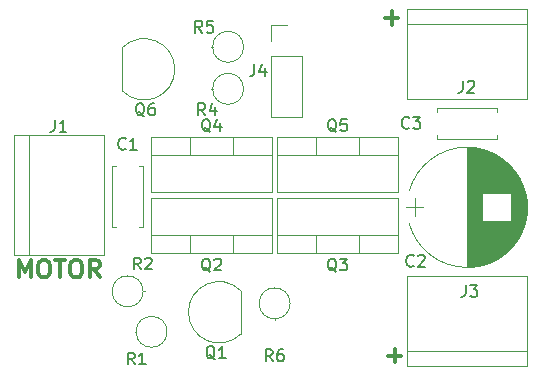
<source format=gbr>
G04 #@! TF.GenerationSoftware,KiCad,Pcbnew,(5.0.0-rc2-63-gd4393b281)*
G04 #@! TF.CreationDate,2018-06-11T18:19:14-07:00*
G04 #@! TF.ProjectId,H-THING,482D5448494E472E6B696361645F7063,rev?*
G04 #@! TF.SameCoordinates,Original*
G04 #@! TF.FileFunction,Legend,Top*
G04 #@! TF.FilePolarity,Positive*
%FSLAX46Y46*%
G04 Gerber Fmt 4.6, Leading zero omitted, Abs format (unit mm)*
G04 Created by KiCad (PCBNEW (5.0.0-rc2-63-gd4393b281)) date 06/11/18 18:19:14*
%MOMM*%
%LPD*%
G01*
G04 APERTURE LIST*
%ADD10C,0.300000*%
%ADD11C,0.120000*%
%ADD12C,0.150000*%
G04 APERTURE END LIST*
D10*
X140142542Y-109822371D02*
X140142542Y-108322371D01*
X140642542Y-109393800D01*
X141142542Y-108322371D01*
X141142542Y-109822371D01*
X142142542Y-108322371D02*
X142428257Y-108322371D01*
X142571114Y-108393800D01*
X142713971Y-108536657D01*
X142785400Y-108822371D01*
X142785400Y-109322371D01*
X142713971Y-109608085D01*
X142571114Y-109750942D01*
X142428257Y-109822371D01*
X142142542Y-109822371D01*
X141999685Y-109750942D01*
X141856828Y-109608085D01*
X141785400Y-109322371D01*
X141785400Y-108822371D01*
X141856828Y-108536657D01*
X141999685Y-108393800D01*
X142142542Y-108322371D01*
X143213971Y-108322371D02*
X144071114Y-108322371D01*
X143642542Y-109822371D02*
X143642542Y-108322371D01*
X144856828Y-108322371D02*
X145142542Y-108322371D01*
X145285400Y-108393800D01*
X145428257Y-108536657D01*
X145499685Y-108822371D01*
X145499685Y-109322371D01*
X145428257Y-109608085D01*
X145285400Y-109750942D01*
X145142542Y-109822371D01*
X144856828Y-109822371D01*
X144713971Y-109750942D01*
X144571114Y-109608085D01*
X144499685Y-109322371D01*
X144499685Y-108822371D01*
X144571114Y-108536657D01*
X144713971Y-108393800D01*
X144856828Y-108322371D01*
X146999685Y-109822371D02*
X146499685Y-109108085D01*
X146142542Y-109822371D02*
X146142542Y-108322371D01*
X146713971Y-108322371D01*
X146856828Y-108393800D01*
X146928257Y-108465228D01*
X146999685Y-108608085D01*
X146999685Y-108822371D01*
X146928257Y-108965228D01*
X146856828Y-109036657D01*
X146713971Y-109108085D01*
X146142542Y-109108085D01*
X171132571Y-87864142D02*
X172275428Y-87864142D01*
X171704000Y-88435571D02*
X171704000Y-87292714D01*
X171386571Y-116439142D02*
X172529428Y-116439142D01*
X171958000Y-117010571D02*
X171958000Y-115867714D01*
D11*
G04 #@! TO.C,C1*
X150662000Y-100397000D02*
X150662000Y-105517000D01*
X148042000Y-100397000D02*
X148042000Y-105517000D01*
X150662000Y-100397000D02*
X150348000Y-100397000D01*
X148356000Y-100397000D02*
X148042000Y-100397000D01*
X150662000Y-105517000D02*
X150348000Y-105517000D01*
X148356000Y-105517000D02*
X148042000Y-105517000D01*
G04 #@! TO.C,C2*
X182992437Y-102502736D02*
G75*
G03X173194643Y-102506000I-4898437J-1383264D01*
G01*
X182992437Y-105269264D02*
G75*
G02X173194643Y-105266000I-4898437J1383264D01*
G01*
X182992437Y-105269264D02*
G75*
G03X182993357Y-102506000I-4898437J1383264D01*
G01*
X178094000Y-98836000D02*
X178094000Y-108936000D01*
X178134000Y-98836000D02*
X178134000Y-108936000D01*
X178174000Y-98836000D02*
X178174000Y-108936000D01*
X178214000Y-98837000D02*
X178214000Y-108935000D01*
X178254000Y-98838000D02*
X178254000Y-108934000D01*
X178294000Y-98839000D02*
X178294000Y-108933000D01*
X178334000Y-98841000D02*
X178334000Y-108931000D01*
X178374000Y-98843000D02*
X178374000Y-108929000D01*
X178414000Y-98846000D02*
X178414000Y-108926000D01*
X178454000Y-98848000D02*
X178454000Y-108924000D01*
X178494000Y-98851000D02*
X178494000Y-108921000D01*
X178534000Y-98855000D02*
X178534000Y-108917000D01*
X178574000Y-98858000D02*
X178574000Y-108914000D01*
X178614000Y-98862000D02*
X178614000Y-108910000D01*
X178654000Y-98866000D02*
X178654000Y-108906000D01*
X178694000Y-98871000D02*
X178694000Y-108901000D01*
X178734000Y-98876000D02*
X178734000Y-108896000D01*
X178774000Y-98881000D02*
X178774000Y-108891000D01*
X178815000Y-98887000D02*
X178815000Y-108885000D01*
X178855000Y-98893000D02*
X178855000Y-108879000D01*
X178895000Y-98899000D02*
X178895000Y-108873000D01*
X178935000Y-98905000D02*
X178935000Y-108867000D01*
X178975000Y-98912000D02*
X178975000Y-108860000D01*
X179015000Y-98919000D02*
X179015000Y-108853000D01*
X179055000Y-98927000D02*
X179055000Y-108845000D01*
X179095000Y-98935000D02*
X179095000Y-108837000D01*
X179135000Y-98943000D02*
X179135000Y-108829000D01*
X179175000Y-98951000D02*
X179175000Y-108821000D01*
X179215000Y-98960000D02*
X179215000Y-108812000D01*
X179255000Y-98969000D02*
X179255000Y-108803000D01*
X179295000Y-98979000D02*
X179295000Y-108793000D01*
X179335000Y-98989000D02*
X179335000Y-108783000D01*
X179375000Y-98999000D02*
X179375000Y-108773000D01*
X179415000Y-99010000D02*
X179415000Y-102705000D01*
X179415000Y-105067000D02*
X179415000Y-108762000D01*
X179455000Y-99021000D02*
X179455000Y-102705000D01*
X179455000Y-105067000D02*
X179455000Y-108751000D01*
X179495000Y-99032000D02*
X179495000Y-102705000D01*
X179495000Y-105067000D02*
X179495000Y-108740000D01*
X179535000Y-99043000D02*
X179535000Y-102705000D01*
X179535000Y-105067000D02*
X179535000Y-108729000D01*
X179575000Y-99055000D02*
X179575000Y-102705000D01*
X179575000Y-105067000D02*
X179575000Y-108717000D01*
X179615000Y-99068000D02*
X179615000Y-102705000D01*
X179615000Y-105067000D02*
X179615000Y-108704000D01*
X179655000Y-99080000D02*
X179655000Y-102705000D01*
X179655000Y-105067000D02*
X179655000Y-108692000D01*
X179695000Y-99094000D02*
X179695000Y-102705000D01*
X179695000Y-105067000D02*
X179695000Y-108678000D01*
X179735000Y-99107000D02*
X179735000Y-102705000D01*
X179735000Y-105067000D02*
X179735000Y-108665000D01*
X179775000Y-99121000D02*
X179775000Y-102705000D01*
X179775000Y-105067000D02*
X179775000Y-108651000D01*
X179815000Y-99135000D02*
X179815000Y-102705000D01*
X179815000Y-105067000D02*
X179815000Y-108637000D01*
X179855000Y-99149000D02*
X179855000Y-102705000D01*
X179855000Y-105067000D02*
X179855000Y-108623000D01*
X179895000Y-99164000D02*
X179895000Y-102705000D01*
X179895000Y-105067000D02*
X179895000Y-108608000D01*
X179935000Y-99180000D02*
X179935000Y-102705000D01*
X179935000Y-105067000D02*
X179935000Y-108592000D01*
X179975000Y-99195000D02*
X179975000Y-102705000D01*
X179975000Y-105067000D02*
X179975000Y-108577000D01*
X180015000Y-99212000D02*
X180015000Y-102705000D01*
X180015000Y-105067000D02*
X180015000Y-108560000D01*
X180055000Y-99228000D02*
X180055000Y-102705000D01*
X180055000Y-105067000D02*
X180055000Y-108544000D01*
X180095000Y-99245000D02*
X180095000Y-102705000D01*
X180095000Y-105067000D02*
X180095000Y-108527000D01*
X180135000Y-99262000D02*
X180135000Y-102705000D01*
X180135000Y-105067000D02*
X180135000Y-108510000D01*
X180175000Y-99280000D02*
X180175000Y-102705000D01*
X180175000Y-105067000D02*
X180175000Y-108492000D01*
X180215000Y-99298000D02*
X180215000Y-102705000D01*
X180215000Y-105067000D02*
X180215000Y-108474000D01*
X180255000Y-99317000D02*
X180255000Y-102705000D01*
X180255000Y-105067000D02*
X180255000Y-108455000D01*
X180295000Y-99336000D02*
X180295000Y-102705000D01*
X180295000Y-105067000D02*
X180295000Y-108436000D01*
X180335000Y-99355000D02*
X180335000Y-102705000D01*
X180335000Y-105067000D02*
X180335000Y-108417000D01*
X180375000Y-99375000D02*
X180375000Y-102705000D01*
X180375000Y-105067000D02*
X180375000Y-108397000D01*
X180415000Y-99395000D02*
X180415000Y-102705000D01*
X180415000Y-105067000D02*
X180415000Y-108377000D01*
X180455000Y-99416000D02*
X180455000Y-102705000D01*
X180455000Y-105067000D02*
X180455000Y-108356000D01*
X180495000Y-99437000D02*
X180495000Y-102705000D01*
X180495000Y-105067000D02*
X180495000Y-108335000D01*
X180535000Y-99458000D02*
X180535000Y-102705000D01*
X180535000Y-105067000D02*
X180535000Y-108314000D01*
X180575000Y-99481000D02*
X180575000Y-102705000D01*
X180575000Y-105067000D02*
X180575000Y-108291000D01*
X180615000Y-99503000D02*
X180615000Y-102705000D01*
X180615000Y-105067000D02*
X180615000Y-108269000D01*
X180655000Y-99526000D02*
X180655000Y-102705000D01*
X180655000Y-105067000D02*
X180655000Y-108246000D01*
X180695000Y-99550000D02*
X180695000Y-102705000D01*
X180695000Y-105067000D02*
X180695000Y-108222000D01*
X180735000Y-99574000D02*
X180735000Y-102705000D01*
X180735000Y-105067000D02*
X180735000Y-108198000D01*
X180775000Y-99598000D02*
X180775000Y-102705000D01*
X180775000Y-105067000D02*
X180775000Y-108174000D01*
X180815000Y-99623000D02*
X180815000Y-102705000D01*
X180815000Y-105067000D02*
X180815000Y-108149000D01*
X180855000Y-99649000D02*
X180855000Y-102705000D01*
X180855000Y-105067000D02*
X180855000Y-108123000D01*
X180895000Y-99675000D02*
X180895000Y-102705000D01*
X180895000Y-105067000D02*
X180895000Y-108097000D01*
X180935000Y-99701000D02*
X180935000Y-102705000D01*
X180935000Y-105067000D02*
X180935000Y-108071000D01*
X180975000Y-99729000D02*
X180975000Y-102705000D01*
X180975000Y-105067000D02*
X180975000Y-108043000D01*
X181015000Y-99756000D02*
X181015000Y-102705000D01*
X181015000Y-105067000D02*
X181015000Y-108016000D01*
X181055000Y-99785000D02*
X181055000Y-102705000D01*
X181055000Y-105067000D02*
X181055000Y-107987000D01*
X181095000Y-99814000D02*
X181095000Y-102705000D01*
X181095000Y-105067000D02*
X181095000Y-107958000D01*
X181135000Y-99843000D02*
X181135000Y-102705000D01*
X181135000Y-105067000D02*
X181135000Y-107929000D01*
X181175000Y-99873000D02*
X181175000Y-102705000D01*
X181175000Y-105067000D02*
X181175000Y-107899000D01*
X181215000Y-99904000D02*
X181215000Y-102705000D01*
X181215000Y-105067000D02*
X181215000Y-107868000D01*
X181255000Y-99935000D02*
X181255000Y-102705000D01*
X181255000Y-105067000D02*
X181255000Y-107837000D01*
X181295000Y-99967000D02*
X181295000Y-102705000D01*
X181295000Y-105067000D02*
X181295000Y-107805000D01*
X181335000Y-100000000D02*
X181335000Y-102705000D01*
X181335000Y-105067000D02*
X181335000Y-107772000D01*
X181375000Y-100033000D02*
X181375000Y-102705000D01*
X181375000Y-105067000D02*
X181375000Y-107739000D01*
X181415000Y-100067000D02*
X181415000Y-102705000D01*
X181415000Y-105067000D02*
X181415000Y-107705000D01*
X181455000Y-100102000D02*
X181455000Y-102705000D01*
X181455000Y-105067000D02*
X181455000Y-107670000D01*
X181495000Y-100138000D02*
X181495000Y-102705000D01*
X181495000Y-105067000D02*
X181495000Y-107634000D01*
X181535000Y-100174000D02*
X181535000Y-102705000D01*
X181535000Y-105067000D02*
X181535000Y-107598000D01*
X181575000Y-100211000D02*
X181575000Y-102705000D01*
X181575000Y-105067000D02*
X181575000Y-107561000D01*
X181615000Y-100249000D02*
X181615000Y-102705000D01*
X181615000Y-105067000D02*
X181615000Y-107523000D01*
X181655000Y-100288000D02*
X181655000Y-102705000D01*
X181655000Y-105067000D02*
X181655000Y-107484000D01*
X181695000Y-100327000D02*
X181695000Y-102705000D01*
X181695000Y-105067000D02*
X181695000Y-107445000D01*
X181735000Y-100368000D02*
X181735000Y-102705000D01*
X181735000Y-105067000D02*
X181735000Y-107404000D01*
X181775000Y-100409000D02*
X181775000Y-107363000D01*
X181815000Y-100451000D02*
X181815000Y-107321000D01*
X181855000Y-100495000D02*
X181855000Y-107277000D01*
X181895000Y-100539000D02*
X181895000Y-107233000D01*
X181935000Y-100584000D02*
X181935000Y-107188000D01*
X181975000Y-100631000D02*
X181975000Y-107141000D01*
X182015000Y-100679000D02*
X182015000Y-107093000D01*
X182055000Y-100728000D02*
X182055000Y-107044000D01*
X182095000Y-100778000D02*
X182095000Y-106994000D01*
X182135000Y-100829000D02*
X182135000Y-106943000D01*
X182175000Y-100882000D02*
X182175000Y-106890000D01*
X182215000Y-100937000D02*
X182215000Y-106835000D01*
X182255000Y-100992000D02*
X182255000Y-106780000D01*
X182295000Y-101050000D02*
X182295000Y-106722000D01*
X182335000Y-101109000D02*
X182335000Y-106663000D01*
X182375000Y-101171000D02*
X182375000Y-106601000D01*
X182415000Y-101234000D02*
X182415000Y-106538000D01*
X182455000Y-101299000D02*
X182455000Y-106473000D01*
X182495000Y-101367000D02*
X182495000Y-106405000D01*
X182535000Y-101437000D02*
X182535000Y-106335000D01*
X182575000Y-101509000D02*
X182575000Y-106263000D01*
X182615000Y-101585000D02*
X182615000Y-106187000D01*
X182655000Y-101664000D02*
X182655000Y-106108000D01*
X182695000Y-101746000D02*
X182695000Y-106026000D01*
X182735000Y-101833000D02*
X182735000Y-105939000D01*
X182775000Y-101924000D02*
X182775000Y-105848000D01*
X182815000Y-102020000D02*
X182815000Y-105752000D01*
X182855000Y-102123000D02*
X182855000Y-105649000D01*
X182895000Y-102232000D02*
X182895000Y-105540000D01*
X182935000Y-102350000D02*
X182935000Y-105422000D01*
X182975000Y-102479000D02*
X182975000Y-105293000D01*
X183015000Y-102621000D02*
X183015000Y-105151000D01*
X183055000Y-102782000D02*
X183055000Y-104990000D01*
X183095000Y-102973000D02*
X183095000Y-104799000D01*
X183135000Y-103214000D02*
X183135000Y-104558000D01*
X183175000Y-103607000D02*
X183175000Y-104165000D01*
X172894000Y-103886000D02*
X174394000Y-103886000D01*
X173644000Y-103136000D02*
X173644000Y-104636000D01*
G04 #@! TO.C,C3*
X175534000Y-95464000D02*
X180654000Y-95464000D01*
X175534000Y-98084000D02*
X180654000Y-98084000D01*
X175534000Y-95464000D02*
X175534000Y-95778000D01*
X175534000Y-97770000D02*
X175534000Y-98084000D01*
X180654000Y-95464000D02*
X180654000Y-95778000D01*
X180654000Y-97770000D02*
X180654000Y-98084000D01*
G04 #@! TO.C,J1*
X140970000Y-107950000D02*
X140970000Y-97790000D01*
X139700000Y-107950000D02*
X147320000Y-107950000D01*
X147320000Y-107950000D02*
X147320000Y-97790000D01*
X147320000Y-97790000D02*
X139700000Y-97790000D01*
X139700000Y-97790000D02*
X139700000Y-107950000D01*
G04 #@! TO.C,J2*
X172974000Y-88392000D02*
X183134000Y-88392000D01*
X172974000Y-87122000D02*
X172974000Y-94742000D01*
X172974000Y-94742000D02*
X183134000Y-94742000D01*
X183134000Y-94742000D02*
X183134000Y-87122000D01*
X183134000Y-87122000D02*
X172974000Y-87122000D01*
G04 #@! TO.C,J3*
X183134000Y-116078000D02*
X172974000Y-116078000D01*
X183134000Y-117348000D02*
X183134000Y-109728000D01*
X183134000Y-109728000D02*
X172974000Y-109728000D01*
X172974000Y-109728000D02*
X172974000Y-117348000D01*
X172974000Y-117348000D02*
X183134000Y-117348000D01*
G04 #@! TO.C,Q1*
X158949000Y-114576000D02*
X158949000Y-110976000D01*
X158937478Y-114614478D02*
G75*
G02X154499000Y-112776000I-1838478J1838478D01*
G01*
X158937478Y-110937522D02*
G75*
G03X154499000Y-112776000I-1838478J-1838478D01*
G01*
G04 #@! TO.C,Q6*
X148899000Y-90402000D02*
X148899000Y-94002000D01*
X148910522Y-90363522D02*
G75*
G02X153349000Y-92202000I1838478J-1838478D01*
G01*
X148910522Y-94040478D02*
G75*
G03X153349000Y-92202000I1838478J1838478D01*
G01*
G04 #@! TO.C,R1*
X152694000Y-114427000D02*
G75*
G03X152694000Y-114427000I-1310000J0D01*
G01*
X150074000Y-114427000D02*
X149944000Y-114427000D01*
G04 #@! TO.C,R2*
X150662000Y-110998000D02*
G75*
G03X150662000Y-110998000I-1310000J0D01*
G01*
X150662000Y-110998000D02*
X150792000Y-110998000D01*
G04 #@! TO.C,R4*
X159171000Y-93853000D02*
G75*
G03X159171000Y-93853000I-1310000J0D01*
G01*
X156551000Y-93853000D02*
X156421000Y-93853000D01*
G04 #@! TO.C,R5*
X159171000Y-90297000D02*
G75*
G03X159171000Y-90297000I-1310000J0D01*
G01*
X156551000Y-90297000D02*
X156421000Y-90297000D01*
G04 #@! TO.C,J4*
X161484000Y-91059000D02*
X161484000Y-96199000D01*
X161484000Y-96199000D02*
X164144000Y-96199000D01*
X164144000Y-96199000D02*
X164144000Y-91059000D01*
X164144000Y-91059000D02*
X161484000Y-91059000D01*
X161484000Y-89789000D02*
X161484000Y-88459000D01*
X161484000Y-88459000D02*
X162814000Y-88459000D01*
G04 #@! TO.C,Q2*
X161584000Y-107776000D02*
X151344000Y-107776000D01*
X161584000Y-103135000D02*
X151344000Y-103135000D01*
X161584000Y-107776000D02*
X161584000Y-103135000D01*
X151344000Y-107776000D02*
X151344000Y-103135000D01*
X161584000Y-106266000D02*
X151344000Y-106266000D01*
X158314000Y-107776000D02*
X158314000Y-106266000D01*
X154613000Y-107776000D02*
X154613000Y-106266000D01*
G04 #@! TO.C,Q3*
X172252000Y-107776000D02*
X162012000Y-107776000D01*
X172252000Y-103135000D02*
X162012000Y-103135000D01*
X172252000Y-107776000D02*
X172252000Y-103135000D01*
X162012000Y-107776000D02*
X162012000Y-103135000D01*
X172252000Y-106266000D02*
X162012000Y-106266000D01*
X168982000Y-107776000D02*
X168982000Y-106266000D01*
X165281000Y-107776000D02*
X165281000Y-106266000D01*
G04 #@! TO.C,Q4*
X151344000Y-97964000D02*
X161584000Y-97964000D01*
X151344000Y-102605000D02*
X161584000Y-102605000D01*
X151344000Y-97964000D02*
X151344000Y-102605000D01*
X161584000Y-97964000D02*
X161584000Y-102605000D01*
X151344000Y-99474000D02*
X161584000Y-99474000D01*
X154614000Y-97964000D02*
X154614000Y-99474000D01*
X158315000Y-97964000D02*
X158315000Y-99474000D01*
G04 #@! TO.C,Q5*
X162012000Y-97964000D02*
X172252000Y-97964000D01*
X162012000Y-102605000D02*
X172252000Y-102605000D01*
X162012000Y-97964000D02*
X162012000Y-102605000D01*
X172252000Y-97964000D02*
X172252000Y-102605000D01*
X162012000Y-99474000D02*
X172252000Y-99474000D01*
X165282000Y-97964000D02*
X165282000Y-99474000D01*
X168983000Y-97964000D02*
X168983000Y-99474000D01*
G04 #@! TO.C,R6*
X163108000Y-112014000D02*
G75*
G03X163108000Y-112014000I-1310000J0D01*
G01*
X161798000Y-113324000D02*
X161798000Y-113454000D01*
G04 #@! TO.C,C1*
D12*
X149185333Y-98909142D02*
X149137714Y-98956761D01*
X148994857Y-99004380D01*
X148899619Y-99004380D01*
X148756761Y-98956761D01*
X148661523Y-98861523D01*
X148613904Y-98766285D01*
X148566285Y-98575809D01*
X148566285Y-98432952D01*
X148613904Y-98242476D01*
X148661523Y-98147238D01*
X148756761Y-98052000D01*
X148899619Y-98004380D01*
X148994857Y-98004380D01*
X149137714Y-98052000D01*
X149185333Y-98099619D01*
X150137714Y-99004380D02*
X149566285Y-99004380D01*
X149852000Y-99004380D02*
X149852000Y-98004380D01*
X149756761Y-98147238D01*
X149661523Y-98242476D01*
X149566285Y-98290095D01*
G04 #@! TO.C,C2*
X173569333Y-108815142D02*
X173521714Y-108862761D01*
X173378857Y-108910380D01*
X173283619Y-108910380D01*
X173140761Y-108862761D01*
X173045523Y-108767523D01*
X172997904Y-108672285D01*
X172950285Y-108481809D01*
X172950285Y-108338952D01*
X172997904Y-108148476D01*
X173045523Y-108053238D01*
X173140761Y-107958000D01*
X173283619Y-107910380D01*
X173378857Y-107910380D01*
X173521714Y-107958000D01*
X173569333Y-108005619D01*
X173950285Y-108005619D02*
X173997904Y-107958000D01*
X174093142Y-107910380D01*
X174331238Y-107910380D01*
X174426476Y-107958000D01*
X174474095Y-108005619D01*
X174521714Y-108100857D01*
X174521714Y-108196095D01*
X174474095Y-108338952D01*
X173902666Y-108910380D01*
X174521714Y-108910380D01*
G04 #@! TO.C,C3*
X173188333Y-97131142D02*
X173140714Y-97178761D01*
X172997857Y-97226380D01*
X172902619Y-97226380D01*
X172759761Y-97178761D01*
X172664523Y-97083523D01*
X172616904Y-96988285D01*
X172569285Y-96797809D01*
X172569285Y-96654952D01*
X172616904Y-96464476D01*
X172664523Y-96369238D01*
X172759761Y-96274000D01*
X172902619Y-96226380D01*
X172997857Y-96226380D01*
X173140714Y-96274000D01*
X173188333Y-96321619D01*
X173521666Y-96226380D02*
X174140714Y-96226380D01*
X173807380Y-96607333D01*
X173950238Y-96607333D01*
X174045476Y-96654952D01*
X174093095Y-96702571D01*
X174140714Y-96797809D01*
X174140714Y-97035904D01*
X174093095Y-97131142D01*
X174045476Y-97178761D01*
X173950238Y-97226380D01*
X173664523Y-97226380D01*
X173569285Y-97178761D01*
X173521666Y-97131142D01*
G04 #@! TO.C,J1*
X143176666Y-96480380D02*
X143176666Y-97194666D01*
X143129047Y-97337523D01*
X143033809Y-97432761D01*
X142890952Y-97480380D01*
X142795714Y-97480380D01*
X144176666Y-97480380D02*
X143605238Y-97480380D01*
X143890952Y-97480380D02*
X143890952Y-96480380D01*
X143795714Y-96623238D01*
X143700476Y-96718476D01*
X143605238Y-96766095D01*
G04 #@! TO.C,J2*
X177720666Y-93178380D02*
X177720666Y-93892666D01*
X177673047Y-94035523D01*
X177577809Y-94130761D01*
X177434952Y-94178380D01*
X177339714Y-94178380D01*
X178149238Y-93273619D02*
X178196857Y-93226000D01*
X178292095Y-93178380D01*
X178530190Y-93178380D01*
X178625428Y-93226000D01*
X178673047Y-93273619D01*
X178720666Y-93368857D01*
X178720666Y-93464095D01*
X178673047Y-93606952D01*
X178101619Y-94178380D01*
X178720666Y-94178380D01*
G04 #@! TO.C,J3*
X177974666Y-110450380D02*
X177974666Y-111164666D01*
X177927047Y-111307523D01*
X177831809Y-111402761D01*
X177688952Y-111450380D01*
X177593714Y-111450380D01*
X178355619Y-110450380D02*
X178974666Y-110450380D01*
X178641333Y-110831333D01*
X178784190Y-110831333D01*
X178879428Y-110878952D01*
X178927047Y-110926571D01*
X178974666Y-111021809D01*
X178974666Y-111259904D01*
X178927047Y-111355142D01*
X178879428Y-111402761D01*
X178784190Y-111450380D01*
X178498476Y-111450380D01*
X178403238Y-111402761D01*
X178355619Y-111355142D01*
G04 #@! TO.C,Q1*
X156749761Y-116752619D02*
X156654523Y-116705000D01*
X156559285Y-116609761D01*
X156416428Y-116466904D01*
X156321190Y-116419285D01*
X156225952Y-116419285D01*
X156273571Y-116657380D02*
X156178333Y-116609761D01*
X156083095Y-116514523D01*
X156035476Y-116324047D01*
X156035476Y-115990714D01*
X156083095Y-115800238D01*
X156178333Y-115705000D01*
X156273571Y-115657380D01*
X156464047Y-115657380D01*
X156559285Y-115705000D01*
X156654523Y-115800238D01*
X156702142Y-115990714D01*
X156702142Y-116324047D01*
X156654523Y-116514523D01*
X156559285Y-116609761D01*
X156464047Y-116657380D01*
X156273571Y-116657380D01*
X157654523Y-116657380D02*
X157083095Y-116657380D01*
X157368809Y-116657380D02*
X157368809Y-115657380D01*
X157273571Y-115800238D01*
X157178333Y-115895476D01*
X157083095Y-115943095D01*
G04 #@! TO.C,Q6*
X150780761Y-96178619D02*
X150685523Y-96131000D01*
X150590285Y-96035761D01*
X150447428Y-95892904D01*
X150352190Y-95845285D01*
X150256952Y-95845285D01*
X150304571Y-96083380D02*
X150209333Y-96035761D01*
X150114095Y-95940523D01*
X150066476Y-95750047D01*
X150066476Y-95416714D01*
X150114095Y-95226238D01*
X150209333Y-95131000D01*
X150304571Y-95083380D01*
X150495047Y-95083380D01*
X150590285Y-95131000D01*
X150685523Y-95226238D01*
X150733142Y-95416714D01*
X150733142Y-95750047D01*
X150685523Y-95940523D01*
X150590285Y-96035761D01*
X150495047Y-96083380D01*
X150304571Y-96083380D01*
X151590285Y-95083380D02*
X151399809Y-95083380D01*
X151304571Y-95131000D01*
X151256952Y-95178619D01*
X151161714Y-95321476D01*
X151114095Y-95511952D01*
X151114095Y-95892904D01*
X151161714Y-95988142D01*
X151209333Y-96035761D01*
X151304571Y-96083380D01*
X151495047Y-96083380D01*
X151590285Y-96035761D01*
X151637904Y-95988142D01*
X151685523Y-95892904D01*
X151685523Y-95654809D01*
X151637904Y-95559571D01*
X151590285Y-95511952D01*
X151495047Y-95464333D01*
X151304571Y-95464333D01*
X151209333Y-95511952D01*
X151161714Y-95559571D01*
X151114095Y-95654809D01*
G04 #@! TO.C,R1*
X149947333Y-117189380D02*
X149614000Y-116713190D01*
X149375904Y-117189380D02*
X149375904Y-116189380D01*
X149756857Y-116189380D01*
X149852095Y-116237000D01*
X149899714Y-116284619D01*
X149947333Y-116379857D01*
X149947333Y-116522714D01*
X149899714Y-116617952D01*
X149852095Y-116665571D01*
X149756857Y-116713190D01*
X149375904Y-116713190D01*
X150899714Y-117189380D02*
X150328285Y-117189380D01*
X150614000Y-117189380D02*
X150614000Y-116189380D01*
X150518761Y-116332238D01*
X150423523Y-116427476D01*
X150328285Y-116475095D01*
G04 #@! TO.C,R2*
X150455333Y-109140380D02*
X150122000Y-108664190D01*
X149883904Y-109140380D02*
X149883904Y-108140380D01*
X150264857Y-108140380D01*
X150360095Y-108188000D01*
X150407714Y-108235619D01*
X150455333Y-108330857D01*
X150455333Y-108473714D01*
X150407714Y-108568952D01*
X150360095Y-108616571D01*
X150264857Y-108664190D01*
X149883904Y-108664190D01*
X150836285Y-108235619D02*
X150883904Y-108188000D01*
X150979142Y-108140380D01*
X151217238Y-108140380D01*
X151312476Y-108188000D01*
X151360095Y-108235619D01*
X151407714Y-108330857D01*
X151407714Y-108426095D01*
X151360095Y-108568952D01*
X150788666Y-109140380D01*
X151407714Y-109140380D01*
G04 #@! TO.C,R4*
X155916333Y-96083380D02*
X155583000Y-95607190D01*
X155344904Y-96083380D02*
X155344904Y-95083380D01*
X155725857Y-95083380D01*
X155821095Y-95131000D01*
X155868714Y-95178619D01*
X155916333Y-95273857D01*
X155916333Y-95416714D01*
X155868714Y-95511952D01*
X155821095Y-95559571D01*
X155725857Y-95607190D01*
X155344904Y-95607190D01*
X156773476Y-95416714D02*
X156773476Y-96083380D01*
X156535380Y-95035761D02*
X156297285Y-95750047D01*
X156916333Y-95750047D01*
G04 #@! TO.C,R5*
X155662333Y-89098380D02*
X155329000Y-88622190D01*
X155090904Y-89098380D02*
X155090904Y-88098380D01*
X155471857Y-88098380D01*
X155567095Y-88146000D01*
X155614714Y-88193619D01*
X155662333Y-88288857D01*
X155662333Y-88431714D01*
X155614714Y-88526952D01*
X155567095Y-88574571D01*
X155471857Y-88622190D01*
X155090904Y-88622190D01*
X156567095Y-88098380D02*
X156090904Y-88098380D01*
X156043285Y-88574571D01*
X156090904Y-88526952D01*
X156186142Y-88479333D01*
X156424238Y-88479333D01*
X156519476Y-88526952D01*
X156567095Y-88574571D01*
X156614714Y-88669809D01*
X156614714Y-88907904D01*
X156567095Y-89003142D01*
X156519476Y-89050761D01*
X156424238Y-89098380D01*
X156186142Y-89098380D01*
X156090904Y-89050761D01*
X156043285Y-89003142D01*
G04 #@! TO.C,J4*
X160067666Y-91781380D02*
X160067666Y-92495666D01*
X160020047Y-92638523D01*
X159924809Y-92733761D01*
X159781952Y-92781380D01*
X159686714Y-92781380D01*
X160972428Y-92114714D02*
X160972428Y-92781380D01*
X160734333Y-91733761D02*
X160496238Y-92448047D01*
X161115285Y-92448047D01*
G04 #@! TO.C,Q2*
X156368761Y-109323619D02*
X156273523Y-109276000D01*
X156178285Y-109180761D01*
X156035428Y-109037904D01*
X155940190Y-108990285D01*
X155844952Y-108990285D01*
X155892571Y-109228380D02*
X155797333Y-109180761D01*
X155702095Y-109085523D01*
X155654476Y-108895047D01*
X155654476Y-108561714D01*
X155702095Y-108371238D01*
X155797333Y-108276000D01*
X155892571Y-108228380D01*
X156083047Y-108228380D01*
X156178285Y-108276000D01*
X156273523Y-108371238D01*
X156321142Y-108561714D01*
X156321142Y-108895047D01*
X156273523Y-109085523D01*
X156178285Y-109180761D01*
X156083047Y-109228380D01*
X155892571Y-109228380D01*
X156702095Y-108323619D02*
X156749714Y-108276000D01*
X156844952Y-108228380D01*
X157083047Y-108228380D01*
X157178285Y-108276000D01*
X157225904Y-108323619D01*
X157273523Y-108418857D01*
X157273523Y-108514095D01*
X157225904Y-108656952D01*
X156654476Y-109228380D01*
X157273523Y-109228380D01*
G04 #@! TO.C,Q3*
X167036761Y-109323619D02*
X166941523Y-109276000D01*
X166846285Y-109180761D01*
X166703428Y-109037904D01*
X166608190Y-108990285D01*
X166512952Y-108990285D01*
X166560571Y-109228380D02*
X166465333Y-109180761D01*
X166370095Y-109085523D01*
X166322476Y-108895047D01*
X166322476Y-108561714D01*
X166370095Y-108371238D01*
X166465333Y-108276000D01*
X166560571Y-108228380D01*
X166751047Y-108228380D01*
X166846285Y-108276000D01*
X166941523Y-108371238D01*
X166989142Y-108561714D01*
X166989142Y-108895047D01*
X166941523Y-109085523D01*
X166846285Y-109180761D01*
X166751047Y-109228380D01*
X166560571Y-109228380D01*
X167322476Y-108228380D02*
X167941523Y-108228380D01*
X167608190Y-108609333D01*
X167751047Y-108609333D01*
X167846285Y-108656952D01*
X167893904Y-108704571D01*
X167941523Y-108799809D01*
X167941523Y-109037904D01*
X167893904Y-109133142D01*
X167846285Y-109180761D01*
X167751047Y-109228380D01*
X167465333Y-109228380D01*
X167370095Y-109180761D01*
X167322476Y-109133142D01*
G04 #@! TO.C,Q4*
X156368761Y-97511619D02*
X156273523Y-97464000D01*
X156178285Y-97368761D01*
X156035428Y-97225904D01*
X155940190Y-97178285D01*
X155844952Y-97178285D01*
X155892571Y-97416380D02*
X155797333Y-97368761D01*
X155702095Y-97273523D01*
X155654476Y-97083047D01*
X155654476Y-96749714D01*
X155702095Y-96559238D01*
X155797333Y-96464000D01*
X155892571Y-96416380D01*
X156083047Y-96416380D01*
X156178285Y-96464000D01*
X156273523Y-96559238D01*
X156321142Y-96749714D01*
X156321142Y-97083047D01*
X156273523Y-97273523D01*
X156178285Y-97368761D01*
X156083047Y-97416380D01*
X155892571Y-97416380D01*
X157178285Y-96749714D02*
X157178285Y-97416380D01*
X156940190Y-96368761D02*
X156702095Y-97083047D01*
X157321142Y-97083047D01*
G04 #@! TO.C,Q5*
X167036761Y-97511619D02*
X166941523Y-97464000D01*
X166846285Y-97368761D01*
X166703428Y-97225904D01*
X166608190Y-97178285D01*
X166512952Y-97178285D01*
X166560571Y-97416380D02*
X166465333Y-97368761D01*
X166370095Y-97273523D01*
X166322476Y-97083047D01*
X166322476Y-96749714D01*
X166370095Y-96559238D01*
X166465333Y-96464000D01*
X166560571Y-96416380D01*
X166751047Y-96416380D01*
X166846285Y-96464000D01*
X166941523Y-96559238D01*
X166989142Y-96749714D01*
X166989142Y-97083047D01*
X166941523Y-97273523D01*
X166846285Y-97368761D01*
X166751047Y-97416380D01*
X166560571Y-97416380D01*
X167893904Y-96416380D02*
X167417714Y-96416380D01*
X167370095Y-96892571D01*
X167417714Y-96844952D01*
X167512952Y-96797333D01*
X167751047Y-96797333D01*
X167846285Y-96844952D01*
X167893904Y-96892571D01*
X167941523Y-96987809D01*
X167941523Y-97225904D01*
X167893904Y-97321142D01*
X167846285Y-97368761D01*
X167751047Y-97416380D01*
X167512952Y-97416380D01*
X167417714Y-97368761D01*
X167370095Y-97321142D01*
G04 #@! TO.C,R6*
X161631333Y-116911380D02*
X161298000Y-116435190D01*
X161059904Y-116911380D02*
X161059904Y-115911380D01*
X161440857Y-115911380D01*
X161536095Y-115959000D01*
X161583714Y-116006619D01*
X161631333Y-116101857D01*
X161631333Y-116244714D01*
X161583714Y-116339952D01*
X161536095Y-116387571D01*
X161440857Y-116435190D01*
X161059904Y-116435190D01*
X162488476Y-115911380D02*
X162298000Y-115911380D01*
X162202761Y-115959000D01*
X162155142Y-116006619D01*
X162059904Y-116149476D01*
X162012285Y-116339952D01*
X162012285Y-116720904D01*
X162059904Y-116816142D01*
X162107523Y-116863761D01*
X162202761Y-116911380D01*
X162393238Y-116911380D01*
X162488476Y-116863761D01*
X162536095Y-116816142D01*
X162583714Y-116720904D01*
X162583714Y-116482809D01*
X162536095Y-116387571D01*
X162488476Y-116339952D01*
X162393238Y-116292333D01*
X162202761Y-116292333D01*
X162107523Y-116339952D01*
X162059904Y-116387571D01*
X162012285Y-116482809D01*
G04 #@! TD*
M02*

</source>
